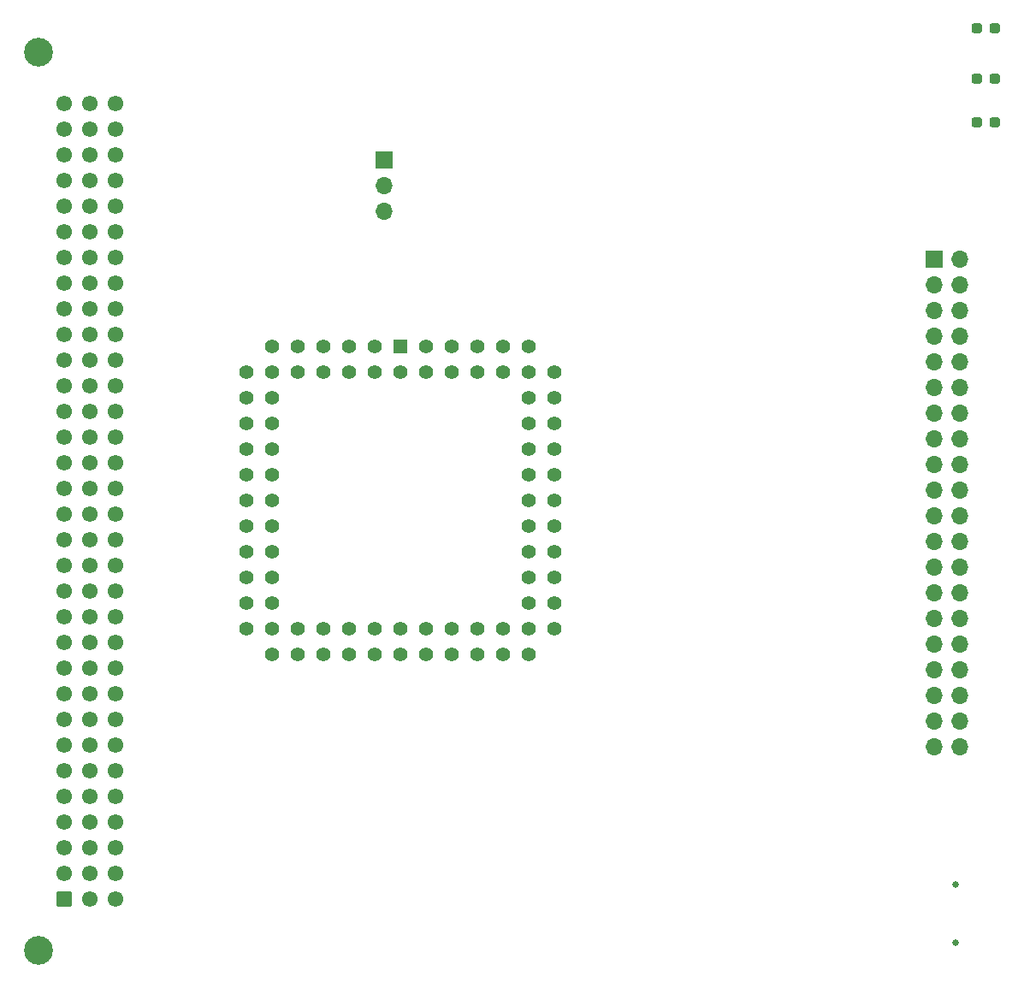
<source format=gbr>
%TF.GenerationSoftware,KiCad,Pcbnew,8.0.2*%
%TF.CreationDate,2024-06-15T19:42:01+02:00*%
%TF.ProjectId,interruptus,696e7465-7272-4757-9074-75732e6b6963,rev?*%
%TF.SameCoordinates,Original*%
%TF.FileFunction,Soldermask,Top*%
%TF.FilePolarity,Negative*%
%FSLAX46Y46*%
G04 Gerber Fmt 4.6, Leading zero omitted, Abs format (unit mm)*
G04 Created by KiCad (PCBNEW 8.0.2) date 2024-06-15 19:42:01*
%MOMM*%
%LPD*%
G01*
G04 APERTURE LIST*
G04 Aperture macros list*
%AMRoundRect*
0 Rectangle with rounded corners*
0 $1 Rounding radius*
0 $2 $3 $4 $5 $6 $7 $8 $9 X,Y pos of 4 corners*
0 Add a 4 corners polygon primitive as box body*
4,1,4,$2,$3,$4,$5,$6,$7,$8,$9,$2,$3,0*
0 Add four circle primitives for the rounded corners*
1,1,$1+$1,$2,$3*
1,1,$1+$1,$4,$5*
1,1,$1+$1,$6,$7*
1,1,$1+$1,$8,$9*
0 Add four rect primitives between the rounded corners*
20,1,$1+$1,$2,$3,$4,$5,0*
20,1,$1+$1,$4,$5,$6,$7,0*
20,1,$1+$1,$6,$7,$8,$9,0*
20,1,$1+$1,$8,$9,$2,$3,0*%
G04 Aperture macros list end*
%ADD10RoundRect,0.237500X0.287500X0.237500X-0.287500X0.237500X-0.287500X-0.237500X0.287500X-0.237500X0*%
%ADD11R,1.700000X1.700000*%
%ADD12O,1.700000X1.700000*%
%ADD13R,1.422400X1.422400*%
%ADD14C,1.422400*%
%ADD15C,2.850000*%
%ADD16RoundRect,0.249999X0.525001X-0.525001X0.525001X0.525001X-0.525001X0.525001X-0.525001X-0.525001X0*%
%ADD17C,1.550000*%
%ADD18C,0.650000*%
G04 APERTURE END LIST*
D10*
%TO.C,D2*%
X169813000Y-51993800D03*
X171563000Y-51993800D03*
%TD*%
%TO.C,D1*%
X169813000Y-46939200D03*
X171563000Y-46939200D03*
%TD*%
D11*
%TO.C,J4*%
X165608000Y-69850000D03*
D12*
X168148000Y-69850000D03*
X165608000Y-72390000D03*
X168148000Y-72390000D03*
X165608000Y-74930000D03*
X168148000Y-74930000D03*
X165608000Y-77470000D03*
X168148000Y-77470000D03*
X165608000Y-80010000D03*
X168148000Y-80010000D03*
X165608000Y-82550000D03*
X168148000Y-82550000D03*
X165608000Y-85090000D03*
X168148000Y-85090000D03*
X165608000Y-87630000D03*
X168148000Y-87630000D03*
X165608000Y-90170000D03*
X168148000Y-90170000D03*
X165608000Y-92710000D03*
X168148000Y-92710000D03*
X165608000Y-95250000D03*
X168148000Y-95250000D03*
X165608000Y-97790000D03*
X168148000Y-97790000D03*
X165608000Y-100330000D03*
X168148000Y-100330000D03*
X165608000Y-102870000D03*
X168148000Y-102870000D03*
X165608000Y-105410000D03*
X168148000Y-105410000D03*
X165608000Y-107950000D03*
X168148000Y-107950000D03*
X165608000Y-110490000D03*
X168148000Y-110490000D03*
X165608000Y-113030000D03*
X168148000Y-113030000D03*
X165608000Y-115570000D03*
X168148000Y-115570000D03*
X165608000Y-118110000D03*
X168148000Y-118110000D03*
%TD*%
D10*
%TO.C,D3*%
X169813000Y-56235600D03*
X171563000Y-56235600D03*
%TD*%
D13*
%TO.C,U1*%
X112740000Y-78460000D03*
D14*
X112740000Y-81000000D03*
X110200000Y-78460000D03*
X110200000Y-81000000D03*
X107660000Y-78460000D03*
X107660000Y-81000000D03*
X105120000Y-78460000D03*
X105120000Y-81000000D03*
X102580000Y-78460000D03*
X102580000Y-81000000D03*
X100040000Y-78460000D03*
X97500000Y-81000000D03*
X100040000Y-81000000D03*
X97500000Y-83540000D03*
X100040000Y-83540000D03*
X97500000Y-86080000D03*
X100040000Y-86080000D03*
X97500000Y-88620000D03*
X100040000Y-88620000D03*
X97500000Y-91160000D03*
X100040000Y-91160000D03*
X97500000Y-93700000D03*
X100040000Y-93700000D03*
X97500000Y-96240000D03*
X100040000Y-96240000D03*
X97500000Y-98780000D03*
X100040000Y-98780000D03*
X97500000Y-101320000D03*
X100040000Y-101320000D03*
X97500000Y-103860000D03*
X100040000Y-103860000D03*
X97500000Y-106400000D03*
X100040000Y-108940000D03*
X100040000Y-106400000D03*
X102580000Y-108940000D03*
X102580000Y-106400000D03*
X105120000Y-108940000D03*
X105120000Y-106400000D03*
X107660000Y-108940000D03*
X107660000Y-106400000D03*
X110200000Y-108940000D03*
X110200000Y-106400000D03*
X112740000Y-108940000D03*
X112740000Y-106400000D03*
X115280000Y-108940000D03*
X115280000Y-106400000D03*
X117820000Y-108940000D03*
X117820000Y-106400000D03*
X120360000Y-108940000D03*
X120360000Y-106400000D03*
X122900000Y-108940000D03*
X122900000Y-106400000D03*
X125440000Y-108940000D03*
X127980000Y-106400000D03*
X125440000Y-106400000D03*
X127980000Y-103860000D03*
X125440000Y-103860000D03*
X127980000Y-101320000D03*
X125440000Y-101320000D03*
X127980000Y-98780000D03*
X125440000Y-98780000D03*
X127980000Y-96240000D03*
X125440000Y-96240000D03*
X127980000Y-93700000D03*
X125440000Y-93700000D03*
X127980000Y-91160000D03*
X125440000Y-91160000D03*
X127980000Y-88620000D03*
X125440000Y-88620000D03*
X127980000Y-86080000D03*
X125440000Y-86080000D03*
X127980000Y-83540000D03*
X125440000Y-83540000D03*
X127980000Y-81000000D03*
X125440000Y-78460000D03*
X125440000Y-81000000D03*
X122900000Y-78460000D03*
X122900000Y-81000000D03*
X120360000Y-78460000D03*
X120360000Y-81000000D03*
X117820000Y-78460000D03*
X117820000Y-81000000D03*
X115280000Y-78460000D03*
X115280000Y-81000000D03*
%TD*%
D15*
%TO.C,P1*%
X76960000Y-138200000D03*
X76960000Y-49300000D03*
D16*
X79500000Y-133120000D03*
D17*
X79500000Y-130580000D03*
X79500000Y-128040000D03*
X79500000Y-125500000D03*
X79500000Y-122960000D03*
X79500000Y-120420000D03*
X79500000Y-117880000D03*
X79500000Y-115340000D03*
X79500000Y-112800000D03*
X79500000Y-110260000D03*
X79500000Y-107720000D03*
X79500000Y-105180000D03*
X79500000Y-102640000D03*
X79500000Y-100100000D03*
X79500000Y-97560000D03*
X79500000Y-95020000D03*
X79500000Y-92480000D03*
X79500000Y-89940000D03*
X79500000Y-87400000D03*
X79500000Y-84860000D03*
X79500000Y-82320000D03*
X79500000Y-79780000D03*
X79500000Y-77240000D03*
X79500000Y-74700000D03*
X79500000Y-72160000D03*
X79500000Y-69620000D03*
X79500000Y-67080000D03*
X79500000Y-64540000D03*
X79500000Y-62000000D03*
X79500000Y-59460000D03*
X79500000Y-56920000D03*
X79500000Y-54380000D03*
X82040000Y-133120000D03*
X82040000Y-130580000D03*
X82040000Y-128040000D03*
X82040000Y-125500000D03*
X82040000Y-122960000D03*
X82040000Y-120420000D03*
X82040000Y-117880000D03*
X82040000Y-115340000D03*
X82040000Y-112800000D03*
X82040000Y-110260000D03*
X82040000Y-107720000D03*
X82040000Y-105180000D03*
X82040000Y-102640000D03*
X82040000Y-100100000D03*
X82040000Y-97560000D03*
X82040000Y-95020000D03*
X82040000Y-92480000D03*
X82040000Y-89940000D03*
X82040000Y-87400000D03*
X82040000Y-84860000D03*
X82040000Y-82320000D03*
X82040000Y-79780000D03*
X82040000Y-77240000D03*
X82040000Y-74700000D03*
X82040000Y-72160000D03*
X82040000Y-69620000D03*
X82040000Y-67080000D03*
X82040000Y-64540000D03*
X82040000Y-62000000D03*
X82040000Y-59460000D03*
X82040000Y-56920000D03*
X82040000Y-54380000D03*
X84580000Y-133120000D03*
X84580000Y-130580000D03*
X84580000Y-128040000D03*
X84580000Y-125500000D03*
X84580000Y-122960000D03*
X84580000Y-120420000D03*
X84580000Y-117880000D03*
X84580000Y-115340000D03*
X84580000Y-112800000D03*
X84580000Y-110260000D03*
X84580000Y-107720000D03*
X84580000Y-105180000D03*
X84580000Y-102640000D03*
X84580000Y-100100000D03*
X84580000Y-97560000D03*
X84580000Y-95020000D03*
X84580000Y-92480000D03*
X84580000Y-89940000D03*
X84580000Y-87400000D03*
X84580000Y-84860000D03*
X84580000Y-82320000D03*
X84580000Y-79780000D03*
X84580000Y-77240000D03*
X84580000Y-74700000D03*
X84580000Y-72160000D03*
X84580000Y-69620000D03*
X84580000Y-67080000D03*
X84580000Y-64540000D03*
X84580000Y-62000000D03*
X84580000Y-59460000D03*
X84580000Y-56920000D03*
X84580000Y-54380000D03*
%TD*%
D11*
%TO.C,J1*%
X111137500Y-60010000D03*
D12*
X111137500Y-62550000D03*
X111137500Y-65090000D03*
%TD*%
D18*
%TO.C,J3*%
X167687200Y-137487200D03*
X167687200Y-131707200D03*
%TD*%
M02*

</source>
